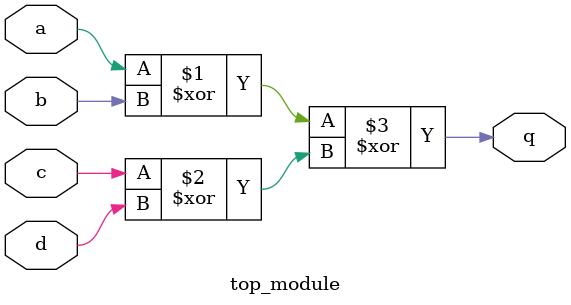
<source format=sv>
module top_module (
    input a, 
    input b, 
    input c, 
    input d,
    output q
);
    assign q = (a ^ b) ^ (c ^ d);
endmodule

</source>
